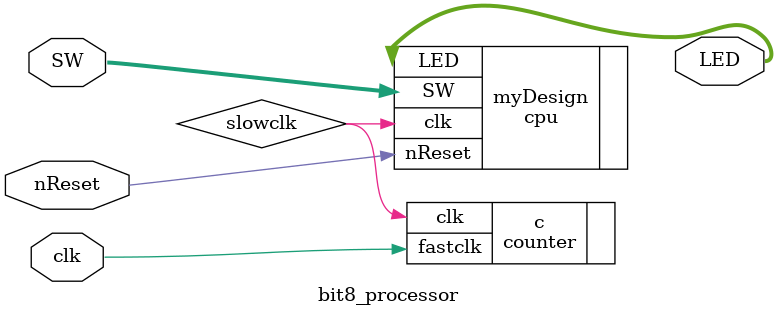
<source format=sv>

module bit8_processor(
  input logic clk,  // 50MHz Altera DE0 clock
  //input logic nReset,
  input logic [7:0] SW, // Switches SW0..SW7
  input logic nReset,
  output logic [7:0] LED); // LEDs
  logic slowclk;

  cpu myDesign (.clk(slowclk), .nReset(nReset),.SW(SW[7:0]),.LED(LED[7:0]));
  counter c (.fastclk(clk), .clk(slowclk));
endmodule  
</source>
